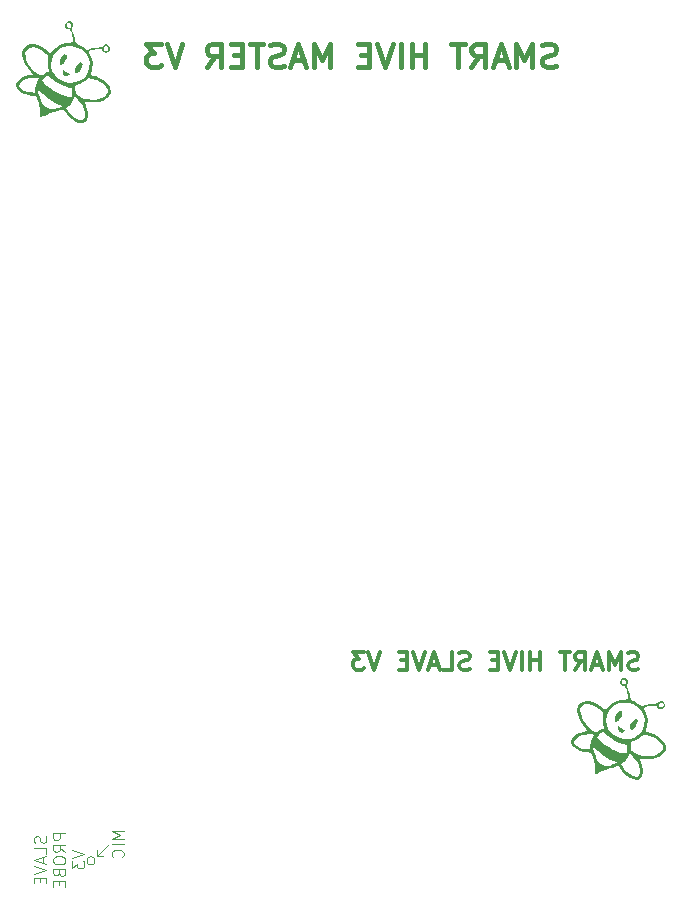
<source format=gbr>
%TF.GenerationSoftware,KiCad,Pcbnew,8.0.5*%
%TF.CreationDate,2024-10-21T18:47:46+02:00*%
%TF.ProjectId,both,626f7468-2e6b-4696-9361-645f70636258,rev?*%
%TF.SameCoordinates,Original*%
%TF.FileFunction,Legend,Bot*%
%TF.FilePolarity,Positive*%
%FSLAX46Y46*%
G04 Gerber Fmt 4.6, Leading zero omitted, Abs format (unit mm)*
G04 Created by KiCad (PCBNEW 8.0.5) date 2024-10-21 18:47:46*
%MOMM*%
%LPD*%
G01*
G04 APERTURE LIST*
%ADD10C,0.100000*%
%ADD11C,0.400000*%
%ADD12C,0.375000*%
%ADD13C,0.000000*%
G04 APERTURE END LIST*
D10*
X35067000Y-90995472D02*
X34067000Y-91995472D01*
X34067000Y-91995472D02*
X34067000Y-91495472D01*
X33932000Y-92405472D02*
G75*
G02*
X33232000Y-92405472I-350000J0D01*
G01*
X33232000Y-92405472D02*
G75*
G02*
X33932000Y-92405472I350000J0D01*
G01*
X34067000Y-91995472D02*
X34617000Y-91995472D01*
D11*
X72942890Y-25101200D02*
X72657176Y-25196438D01*
X72657176Y-25196438D02*
X72180985Y-25196438D01*
X72180985Y-25196438D02*
X71990509Y-25101200D01*
X71990509Y-25101200D02*
X71895271Y-25005961D01*
X71895271Y-25005961D02*
X71800033Y-24815485D01*
X71800033Y-24815485D02*
X71800033Y-24625009D01*
X71800033Y-24625009D02*
X71895271Y-24434533D01*
X71895271Y-24434533D02*
X71990509Y-24339295D01*
X71990509Y-24339295D02*
X72180985Y-24244057D01*
X72180985Y-24244057D02*
X72561938Y-24148819D01*
X72561938Y-24148819D02*
X72752414Y-24053580D01*
X72752414Y-24053580D02*
X72847652Y-23958342D01*
X72847652Y-23958342D02*
X72942890Y-23767866D01*
X72942890Y-23767866D02*
X72942890Y-23577390D01*
X72942890Y-23577390D02*
X72847652Y-23386914D01*
X72847652Y-23386914D02*
X72752414Y-23291676D01*
X72752414Y-23291676D02*
X72561938Y-23196438D01*
X72561938Y-23196438D02*
X72085747Y-23196438D01*
X72085747Y-23196438D02*
X71800033Y-23291676D01*
X70942890Y-25196438D02*
X70942890Y-23196438D01*
X70942890Y-23196438D02*
X70276223Y-24625009D01*
X70276223Y-24625009D02*
X69609557Y-23196438D01*
X69609557Y-23196438D02*
X69609557Y-25196438D01*
X68752414Y-24625009D02*
X67800033Y-24625009D01*
X68942890Y-25196438D02*
X68276224Y-23196438D01*
X68276224Y-23196438D02*
X67609557Y-25196438D01*
X65800033Y-25196438D02*
X66466700Y-24244057D01*
X66942890Y-25196438D02*
X66942890Y-23196438D01*
X66942890Y-23196438D02*
X66180985Y-23196438D01*
X66180985Y-23196438D02*
X65990509Y-23291676D01*
X65990509Y-23291676D02*
X65895271Y-23386914D01*
X65895271Y-23386914D02*
X65800033Y-23577390D01*
X65800033Y-23577390D02*
X65800033Y-23863104D01*
X65800033Y-23863104D02*
X65895271Y-24053580D01*
X65895271Y-24053580D02*
X65990509Y-24148819D01*
X65990509Y-24148819D02*
X66180985Y-24244057D01*
X66180985Y-24244057D02*
X66942890Y-24244057D01*
X65228604Y-23196438D02*
X64085747Y-23196438D01*
X64657176Y-25196438D02*
X64657176Y-23196438D01*
X61895270Y-25196438D02*
X61895270Y-23196438D01*
X61895270Y-24148819D02*
X60752413Y-24148819D01*
X60752413Y-25196438D02*
X60752413Y-23196438D01*
X59800032Y-25196438D02*
X59800032Y-23196438D01*
X59133365Y-23196438D02*
X58466699Y-25196438D01*
X58466699Y-25196438D02*
X57800032Y-23196438D01*
X57133365Y-24148819D02*
X56466698Y-24148819D01*
X56180984Y-25196438D02*
X57133365Y-25196438D01*
X57133365Y-25196438D02*
X57133365Y-23196438D01*
X57133365Y-23196438D02*
X56180984Y-23196438D01*
X53800031Y-25196438D02*
X53800031Y-23196438D01*
X53800031Y-23196438D02*
X53133364Y-24625009D01*
X53133364Y-24625009D02*
X52466698Y-23196438D01*
X52466698Y-23196438D02*
X52466698Y-25196438D01*
X51609555Y-24625009D02*
X50657174Y-24625009D01*
X51800031Y-25196438D02*
X51133365Y-23196438D01*
X51133365Y-23196438D02*
X50466698Y-25196438D01*
X49895269Y-25101200D02*
X49609555Y-25196438D01*
X49609555Y-25196438D02*
X49133364Y-25196438D01*
X49133364Y-25196438D02*
X48942888Y-25101200D01*
X48942888Y-25101200D02*
X48847650Y-25005961D01*
X48847650Y-25005961D02*
X48752412Y-24815485D01*
X48752412Y-24815485D02*
X48752412Y-24625009D01*
X48752412Y-24625009D02*
X48847650Y-24434533D01*
X48847650Y-24434533D02*
X48942888Y-24339295D01*
X48942888Y-24339295D02*
X49133364Y-24244057D01*
X49133364Y-24244057D02*
X49514317Y-24148819D01*
X49514317Y-24148819D02*
X49704793Y-24053580D01*
X49704793Y-24053580D02*
X49800031Y-23958342D01*
X49800031Y-23958342D02*
X49895269Y-23767866D01*
X49895269Y-23767866D02*
X49895269Y-23577390D01*
X49895269Y-23577390D02*
X49800031Y-23386914D01*
X49800031Y-23386914D02*
X49704793Y-23291676D01*
X49704793Y-23291676D02*
X49514317Y-23196438D01*
X49514317Y-23196438D02*
X49038126Y-23196438D01*
X49038126Y-23196438D02*
X48752412Y-23291676D01*
X48180983Y-23196438D02*
X47038126Y-23196438D01*
X47609555Y-25196438D02*
X47609555Y-23196438D01*
X46371459Y-24148819D02*
X45704792Y-24148819D01*
X45419078Y-25196438D02*
X46371459Y-25196438D01*
X46371459Y-25196438D02*
X46371459Y-23196438D01*
X46371459Y-23196438D02*
X45419078Y-23196438D01*
X43419078Y-25196438D02*
X44085745Y-24244057D01*
X44561935Y-25196438D02*
X44561935Y-23196438D01*
X44561935Y-23196438D02*
X43800030Y-23196438D01*
X43800030Y-23196438D02*
X43609554Y-23291676D01*
X43609554Y-23291676D02*
X43514316Y-23386914D01*
X43514316Y-23386914D02*
X43419078Y-23577390D01*
X43419078Y-23577390D02*
X43419078Y-23863104D01*
X43419078Y-23863104D02*
X43514316Y-24053580D01*
X43514316Y-24053580D02*
X43609554Y-24148819D01*
X43609554Y-24148819D02*
X43800030Y-24244057D01*
X43800030Y-24244057D02*
X44561935Y-24244057D01*
X41323839Y-23196438D02*
X40657173Y-25196438D01*
X40657173Y-25196438D02*
X39990506Y-23196438D01*
X39514315Y-23196438D02*
X38276220Y-23196438D01*
X38276220Y-23196438D02*
X38942887Y-23958342D01*
X38942887Y-23958342D02*
X38657172Y-23958342D01*
X38657172Y-23958342D02*
X38466696Y-24053580D01*
X38466696Y-24053580D02*
X38371458Y-24148819D01*
X38371458Y-24148819D02*
X38276220Y-24339295D01*
X38276220Y-24339295D02*
X38276220Y-24815485D01*
X38276220Y-24815485D02*
X38371458Y-25005961D01*
X38371458Y-25005961D02*
X38466696Y-25101200D01*
X38466696Y-25101200D02*
X38657172Y-25196438D01*
X38657172Y-25196438D02*
X39228601Y-25196438D01*
X39228601Y-25196438D02*
X39419077Y-25101200D01*
X39419077Y-25101200D02*
X39514315Y-25005961D01*
D10*
X36344419Y-89869356D02*
X35344419Y-89869356D01*
X35344419Y-89869356D02*
X36058704Y-90202689D01*
X36058704Y-90202689D02*
X35344419Y-90536022D01*
X35344419Y-90536022D02*
X36344419Y-90536022D01*
X36344419Y-91012213D02*
X35344419Y-91012213D01*
X36249180Y-92059831D02*
X36296800Y-92012212D01*
X36296800Y-92012212D02*
X36344419Y-91869355D01*
X36344419Y-91869355D02*
X36344419Y-91774117D01*
X36344419Y-91774117D02*
X36296800Y-91631260D01*
X36296800Y-91631260D02*
X36201561Y-91536022D01*
X36201561Y-91536022D02*
X36106323Y-91488403D01*
X36106323Y-91488403D02*
X35915847Y-91440784D01*
X35915847Y-91440784D02*
X35772990Y-91440784D01*
X35772990Y-91440784D02*
X35582514Y-91488403D01*
X35582514Y-91488403D02*
X35487276Y-91536022D01*
X35487276Y-91536022D02*
X35392038Y-91631260D01*
X35392038Y-91631260D02*
X35344419Y-91774117D01*
X35344419Y-91774117D02*
X35344419Y-91869355D01*
X35344419Y-91869355D02*
X35392038Y-92012212D01*
X35392038Y-92012212D02*
X35439657Y-92059831D01*
X29736912Y-90305472D02*
X29784531Y-90448329D01*
X29784531Y-90448329D02*
X29784531Y-90686424D01*
X29784531Y-90686424D02*
X29736912Y-90781662D01*
X29736912Y-90781662D02*
X29689292Y-90829281D01*
X29689292Y-90829281D02*
X29594054Y-90876900D01*
X29594054Y-90876900D02*
X29498816Y-90876900D01*
X29498816Y-90876900D02*
X29403578Y-90829281D01*
X29403578Y-90829281D02*
X29355959Y-90781662D01*
X29355959Y-90781662D02*
X29308340Y-90686424D01*
X29308340Y-90686424D02*
X29260721Y-90495948D01*
X29260721Y-90495948D02*
X29213102Y-90400710D01*
X29213102Y-90400710D02*
X29165483Y-90353091D01*
X29165483Y-90353091D02*
X29070245Y-90305472D01*
X29070245Y-90305472D02*
X28975007Y-90305472D01*
X28975007Y-90305472D02*
X28879769Y-90353091D01*
X28879769Y-90353091D02*
X28832150Y-90400710D01*
X28832150Y-90400710D02*
X28784531Y-90495948D01*
X28784531Y-90495948D02*
X28784531Y-90734043D01*
X28784531Y-90734043D02*
X28832150Y-90876900D01*
X29784531Y-91781662D02*
X29784531Y-91305472D01*
X29784531Y-91305472D02*
X28784531Y-91305472D01*
X29498816Y-92067377D02*
X29498816Y-92543567D01*
X29784531Y-91972139D02*
X28784531Y-92305472D01*
X28784531Y-92305472D02*
X29784531Y-92638805D01*
X28784531Y-92829282D02*
X29784531Y-93162615D01*
X29784531Y-93162615D02*
X28784531Y-93495948D01*
X29260721Y-93829282D02*
X29260721Y-94162615D01*
X29784531Y-94305472D02*
X29784531Y-93829282D01*
X29784531Y-93829282D02*
X28784531Y-93829282D01*
X28784531Y-93829282D02*
X28784531Y-94305472D01*
X31394475Y-90067377D02*
X30394475Y-90067377D01*
X30394475Y-90067377D02*
X30394475Y-90448329D01*
X30394475Y-90448329D02*
X30442094Y-90543567D01*
X30442094Y-90543567D02*
X30489713Y-90591186D01*
X30489713Y-90591186D02*
X30584951Y-90638805D01*
X30584951Y-90638805D02*
X30727808Y-90638805D01*
X30727808Y-90638805D02*
X30823046Y-90591186D01*
X30823046Y-90591186D02*
X30870665Y-90543567D01*
X30870665Y-90543567D02*
X30918284Y-90448329D01*
X30918284Y-90448329D02*
X30918284Y-90067377D01*
X31394475Y-91638805D02*
X30918284Y-91305472D01*
X31394475Y-91067377D02*
X30394475Y-91067377D01*
X30394475Y-91067377D02*
X30394475Y-91448329D01*
X30394475Y-91448329D02*
X30442094Y-91543567D01*
X30442094Y-91543567D02*
X30489713Y-91591186D01*
X30489713Y-91591186D02*
X30584951Y-91638805D01*
X30584951Y-91638805D02*
X30727808Y-91638805D01*
X30727808Y-91638805D02*
X30823046Y-91591186D01*
X30823046Y-91591186D02*
X30870665Y-91543567D01*
X30870665Y-91543567D02*
X30918284Y-91448329D01*
X30918284Y-91448329D02*
X30918284Y-91067377D01*
X30394475Y-92257853D02*
X30394475Y-92448329D01*
X30394475Y-92448329D02*
X30442094Y-92543567D01*
X30442094Y-92543567D02*
X30537332Y-92638805D01*
X30537332Y-92638805D02*
X30727808Y-92686424D01*
X30727808Y-92686424D02*
X31061141Y-92686424D01*
X31061141Y-92686424D02*
X31251617Y-92638805D01*
X31251617Y-92638805D02*
X31346856Y-92543567D01*
X31346856Y-92543567D02*
X31394475Y-92448329D01*
X31394475Y-92448329D02*
X31394475Y-92257853D01*
X31394475Y-92257853D02*
X31346856Y-92162615D01*
X31346856Y-92162615D02*
X31251617Y-92067377D01*
X31251617Y-92067377D02*
X31061141Y-92019758D01*
X31061141Y-92019758D02*
X30727808Y-92019758D01*
X30727808Y-92019758D02*
X30537332Y-92067377D01*
X30537332Y-92067377D02*
X30442094Y-92162615D01*
X30442094Y-92162615D02*
X30394475Y-92257853D01*
X30870665Y-93448329D02*
X30918284Y-93591186D01*
X30918284Y-93591186D02*
X30965903Y-93638805D01*
X30965903Y-93638805D02*
X31061141Y-93686424D01*
X31061141Y-93686424D02*
X31203998Y-93686424D01*
X31203998Y-93686424D02*
X31299236Y-93638805D01*
X31299236Y-93638805D02*
X31346856Y-93591186D01*
X31346856Y-93591186D02*
X31394475Y-93495948D01*
X31394475Y-93495948D02*
X31394475Y-93114996D01*
X31394475Y-93114996D02*
X30394475Y-93114996D01*
X30394475Y-93114996D02*
X30394475Y-93448329D01*
X30394475Y-93448329D02*
X30442094Y-93543567D01*
X30442094Y-93543567D02*
X30489713Y-93591186D01*
X30489713Y-93591186D02*
X30584951Y-93638805D01*
X30584951Y-93638805D02*
X30680189Y-93638805D01*
X30680189Y-93638805D02*
X30775427Y-93591186D01*
X30775427Y-93591186D02*
X30823046Y-93543567D01*
X30823046Y-93543567D02*
X30870665Y-93448329D01*
X30870665Y-93448329D02*
X30870665Y-93114996D01*
X30870665Y-94114996D02*
X30870665Y-94448329D01*
X31394475Y-94591186D02*
X31394475Y-94114996D01*
X31394475Y-94114996D02*
X30394475Y-94114996D01*
X30394475Y-94114996D02*
X30394475Y-94591186D01*
X32004419Y-91495948D02*
X33004419Y-91829281D01*
X33004419Y-91829281D02*
X32004419Y-92162614D01*
X32004419Y-92400710D02*
X32004419Y-93019757D01*
X32004419Y-93019757D02*
X32385371Y-92686424D01*
X32385371Y-92686424D02*
X32385371Y-92829281D01*
X32385371Y-92829281D02*
X32432990Y-92924519D01*
X32432990Y-92924519D02*
X32480609Y-92972138D01*
X32480609Y-92972138D02*
X32575847Y-93019757D01*
X32575847Y-93019757D02*
X32813942Y-93019757D01*
X32813942Y-93019757D02*
X32909180Y-92972138D01*
X32909180Y-92972138D02*
X32956800Y-92924519D01*
X32956800Y-92924519D02*
X33004419Y-92829281D01*
X33004419Y-92829281D02*
X33004419Y-92543567D01*
X33004419Y-92543567D02*
X32956800Y-92448329D01*
X32956800Y-92448329D02*
X32909180Y-92400710D01*
D12*
X79919575Y-76140972D02*
X79705290Y-76212400D01*
X79705290Y-76212400D02*
X79348147Y-76212400D01*
X79348147Y-76212400D02*
X79205290Y-76140972D01*
X79205290Y-76140972D02*
X79133861Y-76069543D01*
X79133861Y-76069543D02*
X79062432Y-75926686D01*
X79062432Y-75926686D02*
X79062432Y-75783829D01*
X79062432Y-75783829D02*
X79133861Y-75640972D01*
X79133861Y-75640972D02*
X79205290Y-75569543D01*
X79205290Y-75569543D02*
X79348147Y-75498114D01*
X79348147Y-75498114D02*
X79633861Y-75426686D01*
X79633861Y-75426686D02*
X79776718Y-75355257D01*
X79776718Y-75355257D02*
X79848147Y-75283829D01*
X79848147Y-75283829D02*
X79919575Y-75140972D01*
X79919575Y-75140972D02*
X79919575Y-74998114D01*
X79919575Y-74998114D02*
X79848147Y-74855257D01*
X79848147Y-74855257D02*
X79776718Y-74783829D01*
X79776718Y-74783829D02*
X79633861Y-74712400D01*
X79633861Y-74712400D02*
X79276718Y-74712400D01*
X79276718Y-74712400D02*
X79062432Y-74783829D01*
X78419576Y-76212400D02*
X78419576Y-74712400D01*
X78419576Y-74712400D02*
X77919576Y-75783829D01*
X77919576Y-75783829D02*
X77419576Y-74712400D01*
X77419576Y-74712400D02*
X77419576Y-76212400D01*
X76776718Y-75783829D02*
X76062433Y-75783829D01*
X76919575Y-76212400D02*
X76419575Y-74712400D01*
X76419575Y-74712400D02*
X75919575Y-76212400D01*
X74562433Y-76212400D02*
X75062433Y-75498114D01*
X75419576Y-76212400D02*
X75419576Y-74712400D01*
X75419576Y-74712400D02*
X74848147Y-74712400D01*
X74848147Y-74712400D02*
X74705290Y-74783829D01*
X74705290Y-74783829D02*
X74633861Y-74855257D01*
X74633861Y-74855257D02*
X74562433Y-74998114D01*
X74562433Y-74998114D02*
X74562433Y-75212400D01*
X74562433Y-75212400D02*
X74633861Y-75355257D01*
X74633861Y-75355257D02*
X74705290Y-75426686D01*
X74705290Y-75426686D02*
X74848147Y-75498114D01*
X74848147Y-75498114D02*
X75419576Y-75498114D01*
X74133861Y-74712400D02*
X73276719Y-74712400D01*
X73705290Y-76212400D02*
X73705290Y-74712400D01*
X71633862Y-76212400D02*
X71633862Y-74712400D01*
X71633862Y-75426686D02*
X70776719Y-75426686D01*
X70776719Y-76212400D02*
X70776719Y-74712400D01*
X70062433Y-76212400D02*
X70062433Y-74712400D01*
X69562432Y-74712400D02*
X69062432Y-76212400D01*
X69062432Y-76212400D02*
X68562432Y-74712400D01*
X68062433Y-75426686D02*
X67562433Y-75426686D01*
X67348147Y-76212400D02*
X68062433Y-76212400D01*
X68062433Y-76212400D02*
X68062433Y-74712400D01*
X68062433Y-74712400D02*
X67348147Y-74712400D01*
X65633861Y-76140972D02*
X65419576Y-76212400D01*
X65419576Y-76212400D02*
X65062433Y-76212400D01*
X65062433Y-76212400D02*
X64919576Y-76140972D01*
X64919576Y-76140972D02*
X64848147Y-76069543D01*
X64848147Y-76069543D02*
X64776718Y-75926686D01*
X64776718Y-75926686D02*
X64776718Y-75783829D01*
X64776718Y-75783829D02*
X64848147Y-75640972D01*
X64848147Y-75640972D02*
X64919576Y-75569543D01*
X64919576Y-75569543D02*
X65062433Y-75498114D01*
X65062433Y-75498114D02*
X65348147Y-75426686D01*
X65348147Y-75426686D02*
X65491004Y-75355257D01*
X65491004Y-75355257D02*
X65562433Y-75283829D01*
X65562433Y-75283829D02*
X65633861Y-75140972D01*
X65633861Y-75140972D02*
X65633861Y-74998114D01*
X65633861Y-74998114D02*
X65562433Y-74855257D01*
X65562433Y-74855257D02*
X65491004Y-74783829D01*
X65491004Y-74783829D02*
X65348147Y-74712400D01*
X65348147Y-74712400D02*
X64991004Y-74712400D01*
X64991004Y-74712400D02*
X64776718Y-74783829D01*
X63419576Y-76212400D02*
X64133862Y-76212400D01*
X64133862Y-76212400D02*
X64133862Y-74712400D01*
X62991004Y-75783829D02*
X62276719Y-75783829D01*
X63133861Y-76212400D02*
X62633861Y-74712400D01*
X62633861Y-74712400D02*
X62133861Y-76212400D01*
X61848147Y-74712400D02*
X61348147Y-76212400D01*
X61348147Y-76212400D02*
X60848147Y-74712400D01*
X60348148Y-75426686D02*
X59848148Y-75426686D01*
X59633862Y-76212400D02*
X60348148Y-76212400D01*
X60348148Y-76212400D02*
X60348148Y-74712400D01*
X60348148Y-74712400D02*
X59633862Y-74712400D01*
X58062433Y-74712400D02*
X57562433Y-76212400D01*
X57562433Y-76212400D02*
X57062433Y-74712400D01*
X56705291Y-74712400D02*
X55776719Y-74712400D01*
X55776719Y-74712400D02*
X56276719Y-75283829D01*
X56276719Y-75283829D02*
X56062434Y-75283829D01*
X56062434Y-75283829D02*
X55919577Y-75355257D01*
X55919577Y-75355257D02*
X55848148Y-75426686D01*
X55848148Y-75426686D02*
X55776719Y-75569543D01*
X55776719Y-75569543D02*
X55776719Y-75926686D01*
X55776719Y-75926686D02*
X55848148Y-76069543D01*
X55848148Y-76069543D02*
X55919577Y-76140972D01*
X55919577Y-76140972D02*
X56062434Y-76212400D01*
X56062434Y-76212400D02*
X56491005Y-76212400D01*
X56491005Y-76212400D02*
X56633862Y-76140972D01*
X56633862Y-76140972D02*
X56705291Y-76069543D01*
D13*
%TO.C,G\u002A\u002A\u002A*%
G36*
X78273134Y-81003329D02*
G01*
X78366432Y-81088111D01*
X78369483Y-81091419D01*
X78498858Y-81188554D01*
X78663871Y-81265542D01*
X78711214Y-81282789D01*
X78810843Y-81348960D01*
X78795400Y-81419558D01*
X78664882Y-81493840D01*
X78527076Y-81537859D01*
X78401803Y-81526838D01*
X78282000Y-81435858D01*
X78250682Y-81396425D01*
X78194961Y-81272235D01*
X78166660Y-81133884D01*
X78171569Y-81021469D01*
X78215477Y-80975087D01*
X78273134Y-81003329D01*
G37*
G36*
X79813299Y-80408232D02*
G01*
X79828130Y-80425643D01*
X79866859Y-80564312D01*
X79837194Y-80751268D01*
X79747670Y-80955943D01*
X79606822Y-81147763D01*
X79569059Y-81186780D01*
X79435644Y-81288311D01*
X79331405Y-81289013D01*
X79238829Y-81190941D01*
X79219858Y-81099823D01*
X79251167Y-80934638D01*
X79329188Y-80745367D01*
X79438616Y-80567502D01*
X79564147Y-80436532D01*
X79668158Y-80366515D01*
X79742012Y-80354495D01*
X79813299Y-80408232D01*
G37*
G36*
X78500744Y-79729238D02*
G01*
X78500854Y-79729347D01*
X78552720Y-79802946D01*
X78557429Y-79899392D01*
X78517049Y-80060690D01*
X78503937Y-80099825D01*
X78403878Y-80302234D01*
X78276527Y-80471054D01*
X78188448Y-80550004D01*
X78066124Y-80609080D01*
X77986638Y-80562266D01*
X77947167Y-80409030D01*
X77956519Y-80274285D01*
X78029589Y-80057304D01*
X78150260Y-79853921D01*
X78293641Y-79714064D01*
X78315792Y-79700714D01*
X78413409Y-79671628D01*
X78500744Y-79729238D01*
G37*
G36*
X79022773Y-77319654D02*
G01*
X78967042Y-77444784D01*
X78967015Y-77444811D01*
X78943753Y-77517432D01*
X78969269Y-77654357D01*
X79046971Y-77873877D01*
X79113810Y-78061413D01*
X79185852Y-78307095D01*
X79228707Y-78508195D01*
X79235240Y-78552210D01*
X79271278Y-78703485D01*
X79334580Y-78786680D01*
X79451159Y-78840672D01*
X79548904Y-78882604D01*
X79733872Y-78982194D01*
X79925113Y-79102713D01*
X80214711Y-79301212D01*
X80480224Y-79221305D01*
X81648061Y-79221305D01*
X81683241Y-79337272D01*
X81785328Y-79407170D01*
X81919300Y-79403132D01*
X82023531Y-79308965D01*
X82058836Y-79170169D01*
X82007528Y-79059830D01*
X81877637Y-79016810D01*
X81807204Y-79028315D01*
X81697321Y-79105232D01*
X81648061Y-79221305D01*
X80480224Y-79221305D01*
X80495831Y-79216608D01*
X80613992Y-79187411D01*
X80869988Y-79147610D01*
X81119461Y-79132003D01*
X81159919Y-79131805D01*
X81364051Y-79118357D01*
X81506619Y-79074675D01*
X81633093Y-78988012D01*
X81683555Y-78947179D01*
X81833698Y-78860228D01*
X81957869Y-78865975D01*
X82086849Y-78962703D01*
X82118787Y-78998882D01*
X82185511Y-79166007D01*
X82184642Y-79170169D01*
X82149029Y-79340695D01*
X82013029Y-79496288D01*
X81947460Y-79541380D01*
X81834837Y-79580753D01*
X81715644Y-79548692D01*
X81616538Y-79479716D01*
X81537309Y-79365899D01*
X81494606Y-79292975D01*
X81402837Y-79256620D01*
X81229933Y-79247517D01*
X81021281Y-79260747D01*
X80778758Y-79301461D01*
X80568883Y-79360500D01*
X80432927Y-79428492D01*
X80409874Y-79464325D01*
X80423864Y-79563387D01*
X80505411Y-79731347D01*
X80506408Y-79733134D01*
X80668908Y-80132860D01*
X80714844Y-80458552D01*
X80727842Y-80550707D01*
X80679661Y-80961620D01*
X80641084Y-81106613D01*
X80590716Y-81283210D01*
X80555215Y-81392661D01*
X80549756Y-81470976D01*
X80635128Y-81493454D01*
X80764858Y-81513076D01*
X80979184Y-81578489D01*
X81224897Y-81675698D01*
X81465391Y-81789999D01*
X81664060Y-81906693D01*
X81960061Y-82156124D01*
X82155992Y-82438926D01*
X82225853Y-82692910D01*
X82241172Y-82748603D01*
X82233628Y-82977633D01*
X82140909Y-83210728D01*
X81949546Y-83412856D01*
X81651388Y-83595722D01*
X81609848Y-83616338D01*
X81456053Y-83686395D01*
X81317546Y-83730913D01*
X81161715Y-83755620D01*
X80955947Y-83766243D01*
X80667629Y-83768511D01*
X80029448Y-83768511D01*
X80167804Y-84070721D01*
X80265683Y-84323867D01*
X80337969Y-84674346D01*
X80334644Y-84762048D01*
X80326148Y-84986124D01*
X80231424Y-85244634D01*
X80055001Y-85435309D01*
X80031604Y-85450384D01*
X79822285Y-85515214D01*
X79563948Y-85504012D01*
X79288869Y-85417528D01*
X79216587Y-85380076D01*
X78988005Y-85218630D01*
X78751570Y-85002159D01*
X78542116Y-84764812D01*
X78394475Y-84540736D01*
X78369128Y-84491873D01*
X78298486Y-84381497D01*
X78230630Y-84349736D01*
X78132099Y-84375520D01*
X78087771Y-84391107D01*
X77926856Y-84441914D01*
X77704776Y-84507784D01*
X77455713Y-84578460D01*
X77364142Y-84605169D01*
X77088663Y-84698668D01*
X76834615Y-84801855D01*
X76647385Y-84896854D01*
X76524478Y-84966875D01*
X76384476Y-85031847D01*
X76305811Y-85048859D01*
X76296861Y-85041370D01*
X76269093Y-84947748D01*
X76249766Y-84765106D01*
X76241333Y-84513799D01*
X76233292Y-84237361D01*
X76207929Y-84024565D01*
X76156284Y-83833593D01*
X76069361Y-83617555D01*
X75901393Y-83236214D01*
X75538275Y-83202306D01*
X75351662Y-83177048D01*
X74998346Y-83082963D01*
X74695351Y-82940822D01*
X74458873Y-82761531D01*
X74305108Y-82555993D01*
X74250254Y-82335115D01*
X74255409Y-82311869D01*
X74492375Y-82311869D01*
X74501899Y-82401897D01*
X74573805Y-82512310D01*
X74598532Y-82542324D01*
X74742588Y-82672050D01*
X74914707Y-82783533D01*
X74996669Y-82819517D01*
X75236318Y-82887056D01*
X75501805Y-82923787D01*
X75862952Y-82946783D01*
X75862952Y-82714840D01*
X76080512Y-82714840D01*
X76118101Y-82949906D01*
X76156262Y-83107894D01*
X76230598Y-83333283D01*
X76322087Y-83562660D01*
X76346761Y-83617576D01*
X76464874Y-83838606D01*
X76600286Y-84002940D01*
X76789357Y-84156810D01*
X76934346Y-84256272D01*
X77087135Y-84333622D01*
X77234959Y-84356787D01*
X77415331Y-84330094D01*
X77665761Y-84257867D01*
X77722322Y-84240041D01*
X78499553Y-84240041D01*
X78643861Y-84465047D01*
X78738520Y-84599512D01*
X78964612Y-84855199D01*
X79211832Y-85067598D01*
X79446476Y-85205608D01*
X79548155Y-85245586D01*
X79716402Y-85287894D01*
X79839161Y-85266520D01*
X79952295Y-85179622D01*
X79999989Y-85120715D01*
X80052132Y-84978850D01*
X80066925Y-84762048D01*
X80064158Y-84683091D01*
X79984209Y-84308571D01*
X79798631Y-83931540D01*
X79513916Y-83566034D01*
X79242357Y-83275715D01*
X79078582Y-83579709D01*
X79005044Y-83702049D01*
X78854775Y-83905925D01*
X78708196Y-84060799D01*
X78707180Y-84061872D01*
X78499553Y-84240041D01*
X77722322Y-84240041D01*
X77814150Y-84211100D01*
X78008333Y-84145775D01*
X78105241Y-84099136D01*
X78113032Y-84060799D01*
X78039864Y-84020378D01*
X77893897Y-83967488D01*
X77561749Y-83835337D01*
X76985463Y-83513895D01*
X76475700Y-83098414D01*
X76080512Y-82714840D01*
X75862952Y-82714840D01*
X75862952Y-82660208D01*
X75862994Y-82650090D01*
X75903348Y-82359265D01*
X76027343Y-82047726D01*
X76096302Y-81911014D01*
X76460357Y-81911014D01*
X76487225Y-81994469D01*
X76618439Y-82168767D01*
X76836157Y-82373530D01*
X77115456Y-82588762D01*
X77433368Y-82798162D01*
X77766923Y-82985427D01*
X78093153Y-83134256D01*
X78242654Y-83187842D01*
X78479076Y-83256582D01*
X78674495Y-83296038D01*
X78782343Y-83306449D01*
X78892659Y-83294417D01*
X78954380Y-83230402D01*
X78983023Y-83093341D01*
X78994105Y-82862169D01*
X78997899Y-82717377D01*
X79262919Y-82717377D01*
X79267451Y-82870048D01*
X79295477Y-82994290D01*
X79370561Y-83092018D01*
X79516475Y-83209353D01*
X79611789Y-83276178D01*
X79797142Y-83385269D01*
X79949498Y-83450929D01*
X80061110Y-83477176D01*
X80331474Y-83515380D01*
X80633813Y-83535164D01*
X80920028Y-83534148D01*
X81142020Y-83509951D01*
X81390465Y-83440578D01*
X81677259Y-83301895D01*
X81880536Y-83124383D01*
X81989850Y-82918052D01*
X81994754Y-82692910D01*
X81985575Y-82657782D01*
X81867579Y-82438679D01*
X81658774Y-82225874D01*
X81379721Y-82033930D01*
X81050979Y-81877411D01*
X80693108Y-81770881D01*
X80381900Y-81705604D01*
X80066304Y-81946300D01*
X79896388Y-82063643D01*
X79685778Y-82184017D01*
X79512220Y-82257799D01*
X79449332Y-82277926D01*
X79321309Y-82330553D01*
X79267435Y-82371799D01*
X79265238Y-82409177D01*
X79263026Y-82538374D01*
X79263012Y-82562611D01*
X79262919Y-82717377D01*
X78997899Y-82717377D01*
X79001954Y-82562611D01*
X78739606Y-82523983D01*
X78606105Y-82495172D01*
X78303721Y-82385861D01*
X77969484Y-82219983D01*
X77635570Y-82014431D01*
X77334153Y-81786097D01*
X77297931Y-81755551D01*
X77129239Y-81622382D01*
X76992946Y-81528796D01*
X76915733Y-81493454D01*
X76880041Y-81503800D01*
X76768482Y-81572543D01*
X76631970Y-81684465D01*
X76596049Y-81717796D01*
X76592289Y-81721819D01*
X76491623Y-81829517D01*
X76460357Y-81911014D01*
X76096302Y-81911014D01*
X76191734Y-81721819D01*
X76050087Y-81686268D01*
X75915964Y-81668750D01*
X75666515Y-81674406D01*
X75384734Y-81709697D01*
X75114730Y-81768537D01*
X74900611Y-81844842D01*
X74709807Y-81965324D01*
X74551744Y-82163552D01*
X74541609Y-82184931D01*
X74492375Y-82311869D01*
X74255409Y-82311869D01*
X74304584Y-82090121D01*
X74456917Y-81865365D01*
X74690240Y-81675440D01*
X74987538Y-81534183D01*
X75331796Y-81455434D01*
X75448002Y-81439853D01*
X75580844Y-81415667D01*
X75632567Y-81396523D01*
X75630561Y-81390595D01*
X75580543Y-81324129D01*
X75484351Y-81217358D01*
X75212840Y-80889310D01*
X74972550Y-80487256D01*
X74821271Y-80081485D01*
X74768836Y-79692950D01*
X74772277Y-79609047D01*
X75020841Y-79609047D01*
X75033980Y-79879764D01*
X75118369Y-80181767D01*
X75271477Y-80501780D01*
X75490766Y-80826531D01*
X75773704Y-81142746D01*
X75819276Y-81186455D01*
X76057035Y-81375397D01*
X76267206Y-81463012D01*
X76465512Y-81452924D01*
X76667676Y-81348757D01*
X76715299Y-81316117D01*
X76853039Y-81237088D01*
X76946321Y-81205472D01*
X76983223Y-81192922D01*
X77001523Y-81119932D01*
X76982482Y-80960688D01*
X76975392Y-80917088D01*
X76958111Y-80756318D01*
X76952579Y-80562974D01*
X76953740Y-80514316D01*
X77219137Y-80514316D01*
X77219168Y-80533060D01*
X77230995Y-80802974D01*
X77269507Y-81003539D01*
X77318587Y-81119932D01*
X77342513Y-81176674D01*
X77354120Y-81197861D01*
X77572960Y-81498210D01*
X77859186Y-81761714D01*
X78171360Y-81949722D01*
X78390823Y-82030683D01*
X78795155Y-82101878D01*
X79185318Y-82078554D01*
X79547504Y-81969728D01*
X79867904Y-81784412D01*
X80132712Y-81531623D01*
X80328117Y-81220373D01*
X80440313Y-80859678D01*
X80455491Y-80458552D01*
X80394182Y-80132759D01*
X80228729Y-79773857D01*
X79959906Y-79462512D01*
X79735250Y-79278460D01*
X79497558Y-79142841D01*
X79233663Y-79065418D01*
X78900195Y-79028427D01*
X78654793Y-79024013D01*
X78292480Y-79071832D01*
X77981343Y-79197440D01*
X77693019Y-79409799D01*
X77520781Y-79583528D01*
X77343698Y-79846773D01*
X77247901Y-80145961D01*
X77219137Y-80514316D01*
X76953740Y-80514316D01*
X76958621Y-80309698D01*
X76976060Y-79969135D01*
X76976307Y-79964630D01*
X76967652Y-79868014D01*
X76918395Y-79777927D01*
X76810058Y-79670986D01*
X76624166Y-79523809D01*
X76349662Y-79338933D01*
X75998320Y-79172928D01*
X75673983Y-79101643D01*
X75389197Y-79129088D01*
X75218459Y-79214561D01*
X75081490Y-79382888D01*
X75020841Y-79609047D01*
X74772277Y-79609047D01*
X74773126Y-79588343D01*
X74842740Y-79292816D01*
X74988727Y-79069974D01*
X75199689Y-78921648D01*
X75464229Y-78849669D01*
X75770947Y-78855867D01*
X76108444Y-78942074D01*
X76465323Y-79110121D01*
X76830184Y-79361838D01*
X76883728Y-79404414D01*
X77038730Y-79520323D01*
X77146971Y-79589892D01*
X77187669Y-79599316D01*
X77204865Y-79551460D01*
X77296330Y-79436101D01*
X77444667Y-79293435D01*
X77624895Y-79144957D01*
X77812034Y-79012162D01*
X77981106Y-78916546D01*
X78142890Y-78854770D01*
X78411443Y-78781751D01*
X78672263Y-78737719D01*
X79059551Y-78698820D01*
X79047471Y-78469040D01*
X79036156Y-78361097D01*
X78995548Y-78137843D01*
X78938478Y-77911118D01*
X78889596Y-77756273D01*
X78834880Y-77640071D01*
X78767191Y-77585803D01*
X78664373Y-77565540D01*
X78529130Y-77526759D01*
X78400172Y-77392352D01*
X78349654Y-77284058D01*
X78354642Y-77218116D01*
X78518358Y-77218116D01*
X78529933Y-77346307D01*
X78603491Y-77426748D01*
X78664272Y-77447701D01*
X78769297Y-77451331D01*
X78855667Y-77378081D01*
X78902178Y-77281205D01*
X78890596Y-77156518D01*
X78821564Y-77057395D01*
X78718197Y-77013508D01*
X78603608Y-77054527D01*
X78568750Y-77091514D01*
X78518358Y-77218116D01*
X78354642Y-77218116D01*
X78356455Y-77194144D01*
X78432869Y-77075572D01*
X78469033Y-77032123D01*
X78625993Y-76922378D01*
X78792875Y-76900507D01*
X78937117Y-76973126D01*
X78963540Y-77005322D01*
X79020402Y-77154189D01*
X79022222Y-77281205D01*
X79022773Y-77319654D01*
G37*
G36*
X31278134Y-25409857D02*
G01*
X31371432Y-25494639D01*
X31374483Y-25497947D01*
X31503858Y-25595082D01*
X31668871Y-25672070D01*
X31716214Y-25689317D01*
X31815843Y-25755488D01*
X31800400Y-25826086D01*
X31669882Y-25900368D01*
X31532076Y-25944387D01*
X31406803Y-25933366D01*
X31287000Y-25842386D01*
X31255682Y-25802953D01*
X31199961Y-25678763D01*
X31171660Y-25540412D01*
X31176569Y-25427997D01*
X31220477Y-25381615D01*
X31278134Y-25409857D01*
G37*
G36*
X32818299Y-24814760D02*
G01*
X32833130Y-24832171D01*
X32871859Y-24970840D01*
X32842194Y-25157796D01*
X32752670Y-25362471D01*
X32611822Y-25554291D01*
X32574059Y-25593308D01*
X32440644Y-25694839D01*
X32336405Y-25695541D01*
X32243829Y-25597469D01*
X32224858Y-25506351D01*
X32256167Y-25341166D01*
X32334188Y-25151895D01*
X32443616Y-24974030D01*
X32569147Y-24843060D01*
X32673158Y-24773043D01*
X32747012Y-24761023D01*
X32818299Y-24814760D01*
G37*
G36*
X31505744Y-24135766D02*
G01*
X31505854Y-24135875D01*
X31557720Y-24209474D01*
X31562429Y-24305920D01*
X31522049Y-24467218D01*
X31508937Y-24506353D01*
X31408878Y-24708762D01*
X31281527Y-24877582D01*
X31193448Y-24956532D01*
X31071124Y-25015608D01*
X30991638Y-24968794D01*
X30952167Y-24815558D01*
X30961519Y-24680813D01*
X31034589Y-24463832D01*
X31155260Y-24260449D01*
X31298641Y-24120592D01*
X31320792Y-24107242D01*
X31418409Y-24078156D01*
X31505744Y-24135766D01*
G37*
G36*
X32027773Y-21726182D02*
G01*
X31972042Y-21851312D01*
X31972015Y-21851339D01*
X31948753Y-21923960D01*
X31974269Y-22060885D01*
X32051971Y-22280405D01*
X32118810Y-22467941D01*
X32190852Y-22713623D01*
X32233707Y-22914723D01*
X32240240Y-22958738D01*
X32276278Y-23110013D01*
X32339580Y-23193208D01*
X32456159Y-23247200D01*
X32553904Y-23289132D01*
X32738872Y-23388722D01*
X32930113Y-23509241D01*
X33219711Y-23707740D01*
X33485224Y-23627833D01*
X34653061Y-23627833D01*
X34688241Y-23743800D01*
X34790328Y-23813698D01*
X34924300Y-23809660D01*
X35028531Y-23715493D01*
X35063836Y-23576697D01*
X35012528Y-23466358D01*
X34882637Y-23423338D01*
X34812204Y-23434843D01*
X34702321Y-23511760D01*
X34653061Y-23627833D01*
X33485224Y-23627833D01*
X33500831Y-23623136D01*
X33618992Y-23593939D01*
X33874988Y-23554138D01*
X34124461Y-23538531D01*
X34164919Y-23538333D01*
X34369051Y-23524885D01*
X34511619Y-23481203D01*
X34638093Y-23394540D01*
X34688555Y-23353707D01*
X34838698Y-23266756D01*
X34962869Y-23272503D01*
X35091849Y-23369231D01*
X35123787Y-23405410D01*
X35190511Y-23572535D01*
X35189642Y-23576697D01*
X35154029Y-23747223D01*
X35018029Y-23902816D01*
X34952460Y-23947908D01*
X34839837Y-23987281D01*
X34720644Y-23955220D01*
X34621538Y-23886244D01*
X34542309Y-23772427D01*
X34499606Y-23699503D01*
X34407837Y-23663148D01*
X34234933Y-23654045D01*
X34026281Y-23667275D01*
X33783758Y-23707989D01*
X33573883Y-23767028D01*
X33437927Y-23835020D01*
X33414874Y-23870853D01*
X33428864Y-23969915D01*
X33510411Y-24137875D01*
X33511408Y-24139662D01*
X33673908Y-24539388D01*
X33719844Y-24865080D01*
X33732842Y-24957235D01*
X33684661Y-25368148D01*
X33646084Y-25513141D01*
X33595716Y-25689738D01*
X33560215Y-25799189D01*
X33554756Y-25877504D01*
X33640128Y-25899982D01*
X33769858Y-25919604D01*
X33984184Y-25985017D01*
X34229897Y-26082226D01*
X34470391Y-26196527D01*
X34669060Y-26313221D01*
X34965061Y-26562652D01*
X35160992Y-26845454D01*
X35230853Y-27099438D01*
X35246172Y-27155131D01*
X35238628Y-27384161D01*
X35145909Y-27617256D01*
X34954546Y-27819384D01*
X34656388Y-28002250D01*
X34614848Y-28022866D01*
X34461053Y-28092923D01*
X34322546Y-28137441D01*
X34166715Y-28162148D01*
X33960947Y-28172771D01*
X33672629Y-28175039D01*
X33034448Y-28175039D01*
X33172804Y-28477249D01*
X33270683Y-28730395D01*
X33342969Y-29080874D01*
X33339644Y-29168576D01*
X33331148Y-29392652D01*
X33236424Y-29651162D01*
X33060001Y-29841837D01*
X33036604Y-29856912D01*
X32827285Y-29921742D01*
X32568948Y-29910540D01*
X32293869Y-29824056D01*
X32221587Y-29786604D01*
X31993005Y-29625158D01*
X31756570Y-29408687D01*
X31547116Y-29171340D01*
X31399475Y-28947264D01*
X31374128Y-28898401D01*
X31303486Y-28788025D01*
X31235630Y-28756264D01*
X31137099Y-28782048D01*
X31092771Y-28797635D01*
X30931856Y-28848442D01*
X30709776Y-28914312D01*
X30460713Y-28984988D01*
X30369142Y-29011697D01*
X30093663Y-29105196D01*
X29839615Y-29208383D01*
X29652385Y-29303382D01*
X29529478Y-29373403D01*
X29389476Y-29438375D01*
X29310811Y-29455387D01*
X29301861Y-29447898D01*
X29274093Y-29354276D01*
X29254766Y-29171634D01*
X29246333Y-28920327D01*
X29238292Y-28643889D01*
X29212929Y-28431093D01*
X29161284Y-28240121D01*
X29074361Y-28024083D01*
X28906393Y-27642742D01*
X28543275Y-27608834D01*
X28356662Y-27583576D01*
X28003346Y-27489491D01*
X27700351Y-27347350D01*
X27463873Y-27168059D01*
X27310108Y-26962521D01*
X27255254Y-26741643D01*
X27260409Y-26718397D01*
X27497375Y-26718397D01*
X27506899Y-26808425D01*
X27578805Y-26918838D01*
X27603532Y-26948852D01*
X27747588Y-27078578D01*
X27919707Y-27190061D01*
X28001669Y-27226045D01*
X28241318Y-27293584D01*
X28506805Y-27330315D01*
X28867952Y-27353311D01*
X28867952Y-27121368D01*
X29085512Y-27121368D01*
X29123101Y-27356434D01*
X29161262Y-27514422D01*
X29235598Y-27739811D01*
X29327087Y-27969188D01*
X29351761Y-28024104D01*
X29469874Y-28245134D01*
X29605286Y-28409468D01*
X29794357Y-28563338D01*
X29939346Y-28662800D01*
X30092135Y-28740150D01*
X30239959Y-28763315D01*
X30420331Y-28736622D01*
X30670761Y-28664395D01*
X30727322Y-28646569D01*
X31504553Y-28646569D01*
X31648861Y-28871575D01*
X31743520Y-29006040D01*
X31969612Y-29261727D01*
X32216832Y-29474126D01*
X32451476Y-29612136D01*
X32553155Y-29652114D01*
X32721402Y-29694422D01*
X32844161Y-29673048D01*
X32957295Y-29586150D01*
X33004989Y-29527243D01*
X33057132Y-29385378D01*
X33071925Y-29168576D01*
X33069158Y-29089619D01*
X32989209Y-28715099D01*
X32803631Y-28338068D01*
X32518916Y-27972562D01*
X32247357Y-27682243D01*
X32083582Y-27986237D01*
X32010044Y-28108577D01*
X31859775Y-28312453D01*
X31713196Y-28467327D01*
X31712180Y-28468400D01*
X31504553Y-28646569D01*
X30727322Y-28646569D01*
X30819150Y-28617628D01*
X31013333Y-28552303D01*
X31110241Y-28505664D01*
X31118032Y-28467327D01*
X31044864Y-28426906D01*
X30898897Y-28374016D01*
X30566749Y-28241865D01*
X29990463Y-27920423D01*
X29480700Y-27504942D01*
X29085512Y-27121368D01*
X28867952Y-27121368D01*
X28867952Y-27066736D01*
X28867994Y-27056618D01*
X28908348Y-26765793D01*
X29032343Y-26454254D01*
X29101302Y-26317542D01*
X29465357Y-26317542D01*
X29492225Y-26400997D01*
X29623439Y-26575295D01*
X29841157Y-26780058D01*
X30120456Y-26995290D01*
X30438368Y-27204690D01*
X30771923Y-27391955D01*
X31098153Y-27540784D01*
X31247654Y-27594370D01*
X31484076Y-27663110D01*
X31679495Y-27702566D01*
X31787343Y-27712977D01*
X31897659Y-27700945D01*
X31959380Y-27636930D01*
X31988023Y-27499869D01*
X31999105Y-27268697D01*
X32002899Y-27123905D01*
X32267919Y-27123905D01*
X32272451Y-27276576D01*
X32300477Y-27400818D01*
X32375561Y-27498546D01*
X32521475Y-27615881D01*
X32616789Y-27682706D01*
X32802142Y-27791797D01*
X32954498Y-27857457D01*
X33066110Y-27883704D01*
X33336474Y-27921908D01*
X33638813Y-27941692D01*
X33925028Y-27940676D01*
X34147020Y-27916479D01*
X34395465Y-27847106D01*
X34682259Y-27708423D01*
X34885536Y-27530911D01*
X34994850Y-27324580D01*
X34999754Y-27099438D01*
X34990575Y-27064310D01*
X34872579Y-26845207D01*
X34663774Y-26632402D01*
X34384721Y-26440458D01*
X34055979Y-26283939D01*
X33698108Y-26177409D01*
X33386900Y-26112132D01*
X33071304Y-26352828D01*
X32901388Y-26470171D01*
X32690778Y-26590545D01*
X32517220Y-26664327D01*
X32454332Y-26684454D01*
X32326309Y-26737081D01*
X32272435Y-26778327D01*
X32270238Y-26815705D01*
X32268026Y-26944902D01*
X32268012Y-26969139D01*
X32267919Y-27123905D01*
X32002899Y-27123905D01*
X32006954Y-26969139D01*
X31744606Y-26930511D01*
X31611105Y-26901700D01*
X31308721Y-26792389D01*
X30974484Y-26626511D01*
X30640570Y-26420959D01*
X30339153Y-26192625D01*
X30302931Y-26162079D01*
X30134239Y-26028910D01*
X29997946Y-25935324D01*
X29920733Y-25899982D01*
X29885041Y-25910328D01*
X29773482Y-25979071D01*
X29636970Y-26090993D01*
X29601049Y-26124324D01*
X29597289Y-26128347D01*
X29496623Y-26236045D01*
X29465357Y-26317542D01*
X29101302Y-26317542D01*
X29196734Y-26128347D01*
X29055087Y-26092796D01*
X28920964Y-26075278D01*
X28671515Y-26080934D01*
X28389734Y-26116225D01*
X28119730Y-26175065D01*
X27905611Y-26251370D01*
X27714807Y-26371852D01*
X27556744Y-26570080D01*
X27546609Y-26591459D01*
X27497375Y-26718397D01*
X27260409Y-26718397D01*
X27309584Y-26496649D01*
X27461917Y-26271893D01*
X27695240Y-26081968D01*
X27992538Y-25940711D01*
X28336796Y-25861962D01*
X28453002Y-25846381D01*
X28585844Y-25822195D01*
X28637567Y-25803051D01*
X28635561Y-25797123D01*
X28585543Y-25730657D01*
X28489351Y-25623886D01*
X28217840Y-25295838D01*
X27977550Y-24893784D01*
X27826271Y-24488013D01*
X27773836Y-24099478D01*
X27777277Y-24015575D01*
X28025841Y-24015575D01*
X28038980Y-24286292D01*
X28123369Y-24588295D01*
X28276477Y-24908308D01*
X28495766Y-25233059D01*
X28778704Y-25549274D01*
X28824276Y-25592983D01*
X29062035Y-25781925D01*
X29272206Y-25869540D01*
X29470512Y-25859452D01*
X29672676Y-25755285D01*
X29720299Y-25722645D01*
X29858039Y-25643616D01*
X29951321Y-25612000D01*
X29988223Y-25599450D01*
X30006523Y-25526460D01*
X29987482Y-25367216D01*
X29980392Y-25323616D01*
X29963111Y-25162846D01*
X29957579Y-24969502D01*
X29958740Y-24920844D01*
X30224137Y-24920844D01*
X30224168Y-24939588D01*
X30235995Y-25209502D01*
X30274507Y-25410067D01*
X30323587Y-25526460D01*
X30347513Y-25583202D01*
X30359120Y-25604389D01*
X30577960Y-25904738D01*
X30864186Y-26168242D01*
X31176360Y-26356250D01*
X31395823Y-26437211D01*
X31800155Y-26508406D01*
X32190318Y-26485082D01*
X32552504Y-26376256D01*
X32872904Y-26190940D01*
X33137712Y-25938151D01*
X33333117Y-25626901D01*
X33445313Y-25266206D01*
X33460491Y-24865080D01*
X33399182Y-24539287D01*
X33233729Y-24180385D01*
X32964906Y-23869040D01*
X32740250Y-23684988D01*
X32502558Y-23549369D01*
X32238663Y-23471946D01*
X31905195Y-23434955D01*
X31659793Y-23430541D01*
X31297480Y-23478360D01*
X30986343Y-23603968D01*
X30698019Y-23816327D01*
X30525781Y-23990056D01*
X30348698Y-24253301D01*
X30252901Y-24552489D01*
X30224137Y-24920844D01*
X29958740Y-24920844D01*
X29963621Y-24716226D01*
X29981060Y-24375663D01*
X29981307Y-24371158D01*
X29972652Y-24274542D01*
X29923395Y-24184455D01*
X29815058Y-24077514D01*
X29629166Y-23930337D01*
X29354662Y-23745461D01*
X29003320Y-23579456D01*
X28678983Y-23508171D01*
X28394197Y-23535616D01*
X28223459Y-23621089D01*
X28086490Y-23789416D01*
X28025841Y-24015575D01*
X27777277Y-24015575D01*
X27778126Y-23994871D01*
X27847740Y-23699344D01*
X27993727Y-23476502D01*
X28204689Y-23328176D01*
X28469229Y-23256197D01*
X28775947Y-23262395D01*
X29113444Y-23348602D01*
X29470323Y-23516649D01*
X29835184Y-23768366D01*
X29888728Y-23810942D01*
X30043730Y-23926851D01*
X30151971Y-23996420D01*
X30192669Y-24005844D01*
X30209865Y-23957988D01*
X30301330Y-23842629D01*
X30449667Y-23699963D01*
X30629895Y-23551485D01*
X30817034Y-23418690D01*
X30986106Y-23323074D01*
X31147890Y-23261298D01*
X31416443Y-23188279D01*
X31677263Y-23144247D01*
X32064551Y-23105348D01*
X32052471Y-22875568D01*
X32041156Y-22767625D01*
X32000548Y-22544371D01*
X31943478Y-22317646D01*
X31894596Y-22162801D01*
X31839880Y-22046599D01*
X31772191Y-21992331D01*
X31669373Y-21972068D01*
X31534130Y-21933287D01*
X31405172Y-21798880D01*
X31354654Y-21690586D01*
X31359642Y-21624644D01*
X31523358Y-21624644D01*
X31534933Y-21752835D01*
X31608491Y-21833276D01*
X31669272Y-21854229D01*
X31774297Y-21857859D01*
X31860667Y-21784609D01*
X31907178Y-21687733D01*
X31895596Y-21563046D01*
X31826564Y-21463923D01*
X31723197Y-21420036D01*
X31608608Y-21461055D01*
X31573750Y-21498042D01*
X31523358Y-21624644D01*
X31359642Y-21624644D01*
X31361455Y-21600672D01*
X31437869Y-21482100D01*
X31474033Y-21438651D01*
X31630993Y-21328906D01*
X31797875Y-21307035D01*
X31942117Y-21379654D01*
X31968540Y-21411850D01*
X32025402Y-21560717D01*
X32027222Y-21687733D01*
X32027773Y-21726182D01*
G37*
%TD*%
M02*

</source>
